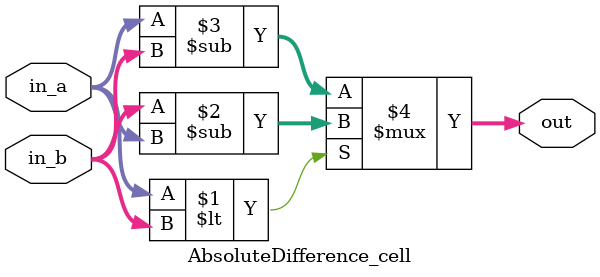
<source format=v>
module AbsoluteDifference_cell(
	in_a,
	in_b,
	out
	);

parameter DATAWIDTH = 8;

input [DATAWIDTH-1:0] in_a, in_b;
output [DATAWIDTH-1:0]  out;

	assign out = (in_a < in_b ) ? in_b - in_a : in_a - in_b;

endmodule

</source>
